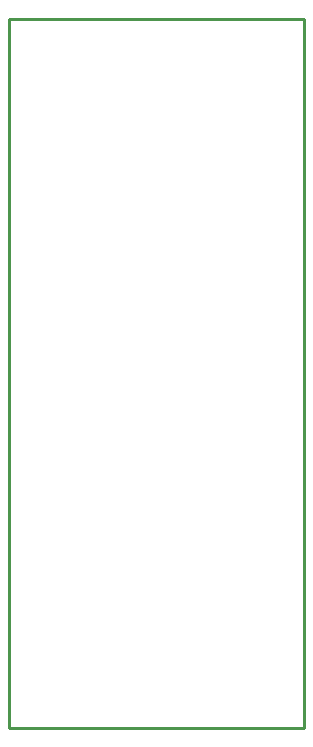
<source format=gbr>
G04 EAGLE Gerber RS-274X export*
G75*
%MOMM*%
%FSLAX34Y34*%
%LPD*%
%IN*%
%IPPOS*%
%AMOC8*
5,1,8,0,0,1.08239X$1,22.5*%
G01*
%ADD10C,0.254000*%


D10*
X-1175Y-1550D02*
X248825Y-1550D01*
X248825Y598450D01*
X-1175Y598450D01*
X-1175Y-1550D01*
M02*

</source>
